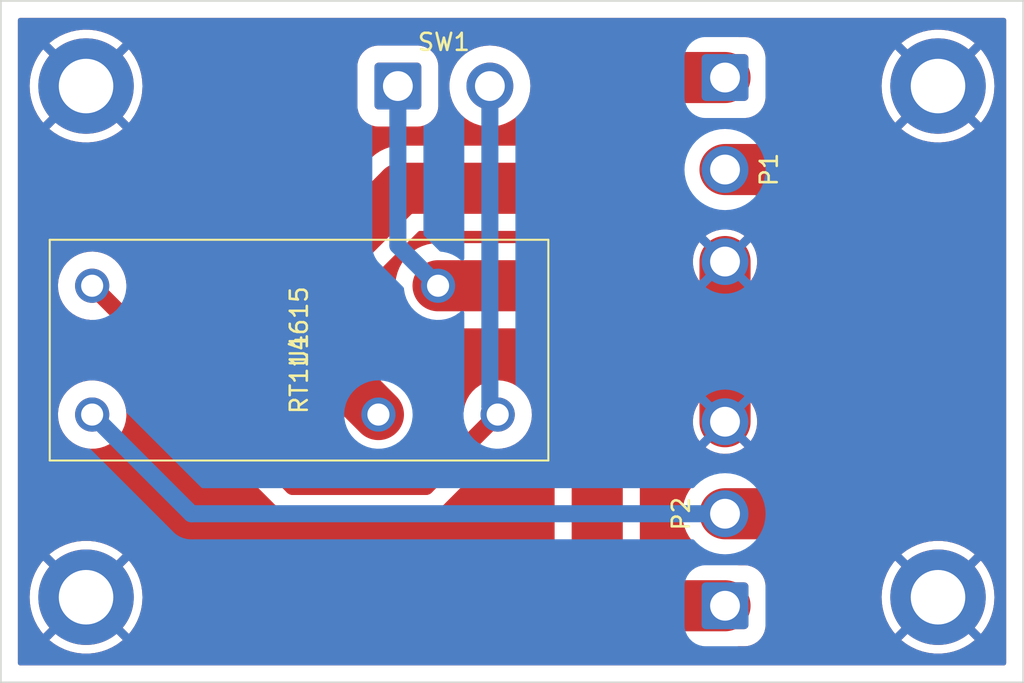
<source format=kicad_pcb>
(kicad_pcb (version 20211014) (generator pcbnew)
  (layers (0 "F.Cu" signal) (31 "B.Cu" signal) (34 "B.Paste" user) (35 "F.Paste" user) (36 "B.SilkS" user "B.Silkscreen") (37 "F.SilkS" user "F.Silkscreen") (38 "B.Mask" user) (39 "F.Mask" user) (44 "Edge.Cuts" user))
  (net 0 "")
  (net 1 "/OUT_P")
  (net 2 "/EARTH")
  (net 3 "/IN_P")
  (net 4 "/IN_N")
  (net 5 "Net-(SW1-Pad2)")
  (footprint "MountingHole:MountingHole_3.2mm_M3_DIN965_Pad" (layer "F.Cu") (at 185 126)
    (fp_text reference "REF**" hide)
    (fp_text value "MountingHole_3.2mm_M3_DIN965_Pad" hide)
    (pad "1" thru_hole circle locked (at 0 0) (size 5.6 5.6) (drill 3.2) (layers *.Cu *.Mask) (net 2 "/EARTH"))
  )
  (footprint "Connector_Wire:SolderWire-1sqmm_1x03_P5.4mm_D1.4mm_OD2.7mm" (layer "F.Cu") (at 172.5 126.5 90)
    (fp_text reference "P2" (at 5.4 -2.58 90) (layer "F.SilkS"))
    (fp_text value "Conn_WallPlug_Earth")
    (pad "1" thru_hole roundrect (at 0 0 90) (size 2.75 2.75) (drill 1.75) (layers *.Cu *.Mask) (roundrect_rratio 0.09090909091) (net 3 "/IN_P"))
    (pad "2" thru_hole circle (at 5.4 0 90) (size 2.75 2.75) (drill 1.75) (layers *.Cu *.Mask) (net 4 "/IN_N"))
    (pad "3" thru_hole circle (at 10.8 0 90) (size 2.75 2.75) (drill 1.75) (layers *.Cu *.Mask) (net 2 "/EARTH"))
  )
  (footprint "MountingHole:MountingHole_3.2mm_M3_DIN965_Pad" (layer "F.Cu") (at 135 96)
    (fp_text reference "REF**" hide)
    (fp_text value "MountingHole_3.2mm_M3_DIN965_Pad" hide)
    (pad "1" thru_hole circle locked (at 0 0) (size 5.6 5.6) (drill 3.2) (layers *.Cu *.Mask) (net 2 "/EARTH"))
  )
  (footprint "MountingHole:MountingHole_3.2mm_M3_DIN965_Pad" (layer "F.Cu") (at 135 126)
    (fp_text reference "REF**" hide)
    (fp_text value "MountingHole_3.2mm_M3_DIN965_Pad" hide)
    (pad "1" thru_hole circle locked (at 0 0) (size 5.6 5.6) (drill 3.2) (layers *.Cu *.Mask) (net 2 "/EARTH"))
  )
  (footprint "Connector_Wire:SolderWire-1sqmm_1x03_P5.4mm_D1.4mm_OD2.7mm" (layer "F.Cu") (at 172.5 95.5 -90)
    (fp_text reference "P1" (at 5.4 -2.58 90) (layer "F.SilkS"))
    (fp_text value "Conn_WallPlug_Earth")
    (pad "1" thru_hole roundrect (at 0 0 270) (size 2.75 2.75) (drill 1.75) (layers *.Cu *.Mask) (roundrect_rratio 0.09090909091) (net 1 "/OUT_P"))
    (pad "2" thru_hole circle (at 5.4 0 270) (size 2.75 2.75) (drill 1.75) (layers *.Cu *.Mask) (net 4 "/IN_N"))
    (pad "3" thru_hole circle (at 10.8 0 270) (size 2.75 2.75) (drill 1.75) (layers *.Cu *.Mask) (net 2 "/EARTH"))
  )
  (footprint "Connector_Wire:SolderWire-1sqmm_1x02_P5.4mm_D1.4mm_OD2.7mm" (layer "F.Cu") (at 153.3 96)
    (fp_text reference "SW1" (at 2.7 -2.58) (layer "F.SilkS"))
    (fp_text value "SW_Push")
    (pad "1" thru_hole roundrect (at 0 0) (size 2.75 2.75) (drill 1.75) (layers *.Cu *.Mask) (roundrect_rratio 0.09090909091) (net 3 "/IN_P"))
    (pad "2" thru_hole circle (at 5.4 0) (size 2.75 2.75) (drill 1.75) (layers *.Cu *.Mask) (net 5 "Net-(SW1-Pad2)"))
  )
  (footprint "MountingHole:MountingHole_3.2mm_M3_DIN965_Pad" (layer "F.Cu") (at 185 96)
    (fp_text reference "REF**" hide)
    (fp_text value "MountingHole_3.2mm_M3_DIN965_Pad" hide)
    (pad "1" thru_hole circle locked (at 0 0) (size 5.6 5.6) (drill 3.2) (layers *.Cu *.Mask) (net 2 "/EARTH"))
  )
  (footprint "footprints:RT114615" (layer "F.Cu") (at 135.3588 115.28 90)
    (fp_text reference "U1" (at 3.78 12.1412 90) (layer "F.SilkS"))
    (fp_text value "RT114615" (at 3.78 12.1412 90) (layer "F.SilkS"))
    (fp_line (start -2.697 26.7716) (end 10.257 26.7716) (layer "F.SilkS") (width 0.12))
    (fp_line (start 10.257 26.7716) (end 10.257 -2.4892) (layer "F.SilkS") (width 0.12))
    (fp_line (start 10.257 -2.4892) (end -2.697 -2.4892) (layer "F.SilkS") (width 0.12))
    (fp_line (start -2.697 -2.4892) (end -2.697 26.7716) (layer "F.SilkS") (width 0.12))
    (pad "1" thru_hole circle (at 0 0 90) (size 2.0066 2.0066) (drill 1.2954) (layers *.Cu *.Mask) (net 4 "/IN_N"))
    (pad "2" thru_hole circle (at 0 16.800002 90) (size 2.0066 2.0066) (drill 1.2954) (layers *.Cu *.Mask) (net 1 "/OUT_P"))
    (pad "3" thru_hole circle (at 0 23.800003 90) (size 2.0066 2.0066) (drill 1.2954) (layers *.Cu *.Mask) (net 5 "Net-(SW1-Pad2)"))
    (pad "4" thru_hole circle (at 7.56 20.300003 90) (size 2.0066 2.0066) (drill 1.2954) (layers *.Cu *.Mask) (net 3 "/IN_P"))
    (pad "5" thru_hole circle (at 7.56 0 90) (size 2.0066 2.0066) (drill 1.2954) (layers *.Cu *.Mask) (net 5 "Net-(SW1-Pad2)"))
  )
  (gr_rect locked (start 130 91) (end 190 131) (layer "Edge.Cuts") (width 0.1) (fill none))
  (segment (start 152.158802 115.28) (end 149.5 112.621198) (width 3) (layer "F.Cu") (net 1))
  (segment (start 153.5 102) (end 163 102) (width 3) (layer "F.Cu") (net 1))
  (segment (start 149.5 106) (end 153.5 102) (width 3) (layer "F.Cu") (net 1))
  (segment (start 163 102) (end 169.5 95.5) (width 3) (layer "F.Cu") (net 1))
  (segment (start 149.5 112.621198) (end 149.5 106) (width 3) (layer "F.Cu") (net 1))
  (segment (start 169.5 95.5) (end 172.5 95.5) (width 3) (layer "F.Cu") (net 1))
  (segment (start 172.5 115.7) (end 172.5 106.3) (width 3) (layer "F.Cu") (net 2))
  (segment (start 163.72 107.72) (end 155.658803 107.72) (width 3) (layer "F.Cu") (net 3))
  (segment (start 165 124.5) (end 165 109) (width 3) (layer "F.Cu") (net 3))
  (segment (start 167 126.5) (end 165 124.5) (width 3) (layer "F.Cu") (net 3))
  (segment (start 172.5 126.5) (end 167 126.5) (width 3) (layer "F.Cu") (net 3))
  (segment (start 165 109) (end 163.72 107.72) (width 3) (layer "F.Cu") (net 3))
  (segment (start 153.3 96) (end 153.3 105.361197) (width 1) (layer "B.Cu") (net 3))
  (segment (start 153.3 105.361197) (end 155.658803 107.72) (width 1) (layer "B.Cu") (net 3))
  (segment (start 175.4 121.1) (end 178 118.5) (width 3) (layer "F.Cu") (net 4))
  (segment (start 178 118.5) (end 178 104) (width 3) (layer "F.Cu") (net 4))
  (segment (start 172.5 121.1) (end 175.4 121.1) (width 3) (layer "F.Cu") (net 4))
  (segment (start 178 104) (end 174.9 100.9) (width 3) (layer "F.Cu") (net 4))
  (segment (start 174.9 100.9) (end 172.5 100.9) (width 3) (layer "F.Cu") (net 4))
  (segment (start 135.3588 115.28) (end 141.1788 121.1) (width 1) (layer "B.Cu") (net 4))
  (segment (start 141.1788 121.1) (end 172.5 121.1) (width 1) (layer "B.Cu") (net 4))
  (segment (start 147.1388 119.5) (end 135.3588 107.72) (width 1) (layer "F.Cu") (net 5))
  (segment (start 154.938803 119.5) (end 147.1388 119.5) (width 1) (layer "F.Cu") (net 5))
  (segment (start 159.158803 115.28) (end 154.938803 119.5) (width 1) (layer "F.Cu") (net 5))
  (segment (start 158.7 96) (end 158.7 114.821197) (width 1) (layer "B.Cu") (net 5))
  (segment (start 158.7 114.821197) (end 159.158803 115.28) (width 1) (layer "B.Cu") (net 5))
  (zone (net 2) (net_name "/EARTH") (layers F&B.Cu) (connect_pads (clearance 1)) (min_thickness 0.254) (fill yes (thermal_gap 0.508) (thermal_bridge_width 0.508))
    (polygon (pts (xy 190 131) (xy 130 131) (xy 130 91) (xy 190 91)))
  )
)
</source>
